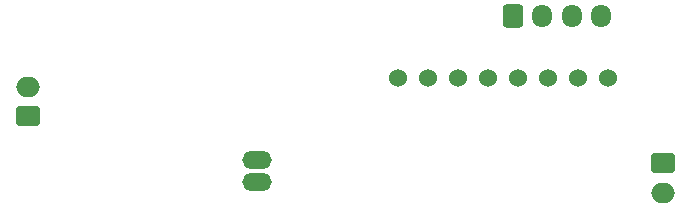
<source format=gbr>
%TF.GenerationSoftware,KiCad,Pcbnew,8.0.7*%
%TF.CreationDate,2025-04-29T17:51:56-05:00*%
%TF.ProjectId,PCB_Glasses,5043425f-476c-4617-9373-65732e6b6963,rev?*%
%TF.SameCoordinates,Original*%
%TF.FileFunction,Soldermask,Bot*%
%TF.FilePolarity,Negative*%
%FSLAX46Y46*%
G04 Gerber Fmt 4.6, Leading zero omitted, Abs format (unit mm)*
G04 Created by KiCad (PCBNEW 8.0.7) date 2025-04-29 17:51:56*
%MOMM*%
%LPD*%
G01*
G04 APERTURE LIST*
G04 Aperture macros list*
%AMRoundRect*
0 Rectangle with rounded corners*
0 $1 Rounding radius*
0 $2 $3 $4 $5 $6 $7 $8 $9 X,Y pos of 4 corners*
0 Add a 4 corners polygon primitive as box body*
4,1,4,$2,$3,$4,$5,$6,$7,$8,$9,$2,$3,0*
0 Add four circle primitives for the rounded corners*
1,1,$1+$1,$2,$3*
1,1,$1+$1,$4,$5*
1,1,$1+$1,$6,$7*
1,1,$1+$1,$8,$9*
0 Add four rect primitives between the rounded corners*
20,1,$1+$1,$2,$3,$4,$5,0*
20,1,$1+$1,$4,$5,$6,$7,0*
20,1,$1+$1,$6,$7,$8,$9,0*
20,1,$1+$1,$8,$9,$2,$3,0*%
G04 Aperture macros list end*
%ADD10C,1.524000*%
%ADD11O,2.500000X1.500000*%
%ADD12RoundRect,0.250000X0.750000X-0.600000X0.750000X0.600000X-0.750000X0.600000X-0.750000X-0.600000X0*%
%ADD13O,2.000000X1.700000*%
%ADD14RoundRect,0.250000X-0.750000X0.600000X-0.750000X-0.600000X0.750000X-0.600000X0.750000X0.600000X0*%
%ADD15RoundRect,0.250000X-0.600000X-0.725000X0.600000X-0.725000X0.600000X0.725000X-0.600000X0.725000X0*%
%ADD16O,1.700000X1.950000*%
G04 APERTURE END LIST*
D10*
%TO.C,U2*%
X72330000Y-34500000D03*
X69790000Y-34500000D03*
X67250000Y-34500000D03*
X64710000Y-34500000D03*
X62170000Y-34500000D03*
X59630000Y-34500000D03*
X57090000Y-34500000D03*
X54550000Y-34500000D03*
%TD*%
D11*
%TO.C,U1*%
X42615000Y-41420000D03*
X42604000Y-43320000D03*
%TD*%
D12*
%TO.C,J1*%
X23250000Y-37750000D03*
D13*
X23250000Y-35250000D03*
%TD*%
D14*
%TO.C,J4*%
X77000000Y-41750000D03*
D13*
X77000000Y-44250000D03*
%TD*%
D15*
%TO.C,J2*%
X64250000Y-29250000D03*
D16*
X66750000Y-29250000D03*
X69250000Y-29250000D03*
X71750000Y-29250000D03*
%TD*%
M02*

</source>
